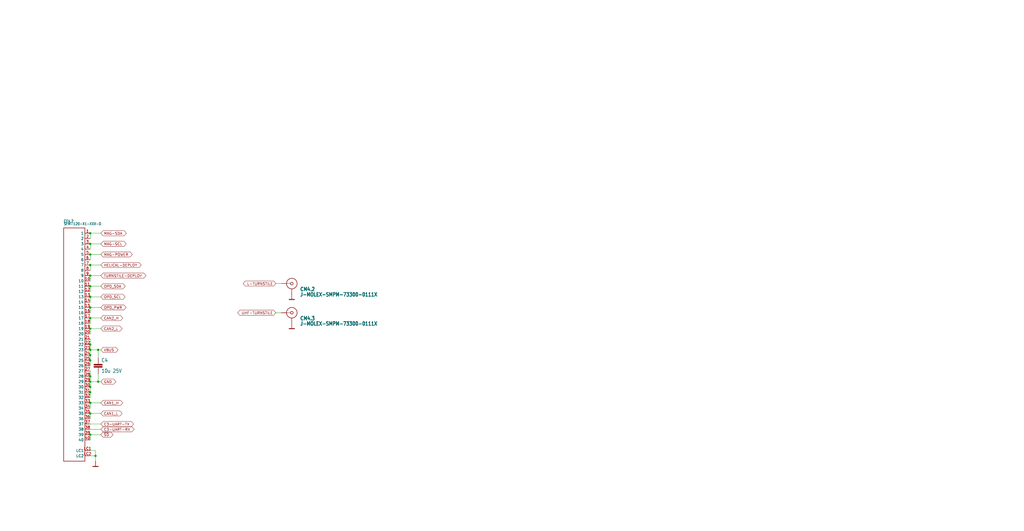
<source format=kicad_sch>
(kicad_sch (version 20211123) (generator eeschema)
  (paper "User" 490.22 254.406)
  (lib_symbols
    (symbol "J-MOLEX-SMPM-73300-0111X_1_1"
      (property "Reference" "CM2.2" (at 3.81 -3.81 0))
      (property "Value" "J-MOLEX-SMPM-73300-0111X_1_1" (at 3.81 -6.35 0))
      (symbol "J-MOLEX-SMPM-73300-0111X_1_1_1_0"
        (polyline (pts (xy -2.54 0) (xy -0.635 0)) (stroke (width 0.1524)))
        (circle (center 0 0) (radius 0.635) (stroke (width 0.254)))
        (circle (center 0 0) (radius 2.54) (stroke (width 0.254)))
        (pin passive line (at 0 -5.08 90) (length 2.54) (name "SHIELD1") (number "GND"))
        (pin passive line (at -5.08 0 0) (length 2.54) (name "RF") (number "RF-DOWN"))
      )
    )
    (symbol "J-MOLEX-SMPM-73300-0111X_1_2"
      (property "Reference" "CM2.2" (at 3.81 -3.81 0))
      (property "Value" "J-MOLEX-SMPM-73300-0111X_1_2" (at 3.81 -6.35 0))
      (symbol "J-MOLEX-SMPM-73300-0111X_1_2_1_0"
        (polyline (pts (xy -2.54 0) (xy -0.635 0)) (stroke (width 0.1524)))
        (circle (center 0 0) (radius 0.635) (stroke (width 0.254)))
        (circle (center 0 0) (radius 2.54) (stroke (width 0.254)))
        (pin passive line (at 0 -5.08 90) (length 2.54) (name "SHIELD1") (number "GND"))
        (pin passive line (at -5.08 0 0) (length 2.54) (name "RF") (number "RF-DOWN"))
      )
    )
    (symbol "oresat-backplane-2u-eagle-import:GND" (power)
      (symbol "GND_1_0"
        (polyline (pts (xy -1.27 -2.54) (xy 1.27 -2.54)) (stroke (width 0.4064)))
        (pin power_in line (at 0 0 270) (length 2.54) (name "GND") (number "1"))
      )
    )
    (symbol "oresat-backplane-2u-eagle-import:SFM-120-X1-XXX-D"
      (property "Reference" "J" (at -2.54 50.8 0))
      (property "Value" "SFM-120-X1-XXX-D" (at -2.54 49.53 0))
      (symbol "SFM-120-X1-XXX-D_1_0"
        (polyline (pts (xy -2.54 -63.5) (xy -2.54 48.26)) (stroke (width 0.254)))
        (polyline (pts (xy -2.54 48.26) (xy 7.62 48.26)) (stroke (width 0.254)))
        (polyline (pts (xy 7.62 -63.5) (xy -2.54 -63.5)) (stroke (width 0.254)))
        (polyline (pts (xy 7.62 48.26) (xy 7.62 -63.5)) (stroke (width 0.254)))
        (pin passive line (at 10.16 45.72 180) (length 2.54) (name "1") (number "1"))
        (pin passive line (at 10.16 22.86 180) (length 2.54) (name "10") (number "10"))
        (pin passive line (at 10.16 20.32 180) (length 2.54) (name "11") (number "11"))
        (pin passive line (at 10.16 17.78 180) (length 2.54) (name "12") (number "12"))
        (pin passive line (at 10.16 15.24 180) (length 2.54) (name "13") (number "13"))
        (pin passive line (at 10.16 12.7 180) (length 2.54) (name "14") (number "14"))
        (pin passive line (at 10.16 10.16 180) (length 2.54) (name "15") (number "15"))
        (pin passive line (at 10.16 7.62 180) (length 2.54) (name "16") (number "16"))
        (pin passive line (at 10.16 5.08 180) (length 2.54) (name "17") (number "17"))
        (pin passive line (at 10.16 2.54 180) (length 2.54) (name "18") (number "18"))
        (pin passive line (at 10.16 0 180) (length 2.54) (name "19") (number "19"))
        (pin passive line (at 10.16 43.18 180) (length 2.54) (name "2") (number "2"))
        (pin passive line (at 10.16 -2.54 180) (length 2.54) (name "20") (number "20"))
        (pin passive line (at 10.16 -5.08 180) (length 2.54) (name "21") (number "21"))
        (pin passive line (at 10.16 -7.62 180) (length 2.54) (name "22") (number "22"))
        (pin passive line (at 10.16 -10.16 180) (length 2.54) (name "23") (number "23"))
        (pin passive line (at 10.16 -12.7 180) (length 2.54) (name "24") (number "24"))
        (pin passive line (at 10.16 -15.24 180) (length 2.54) (name "25") (number "25"))
        (pin passive line (at 10.16 -17.78 180) (length 2.54) (name "26") (number "26"))
        (pin passive line (at 10.16 -20.32 180) (length 2.54) (name "27") (number "27"))
        (pin passive line (at 10.16 -22.86 180) (length 2.54) (name "28") (number "28"))
        (pin passive line (at 10.16 -25.4 180) (length 2.54) (name "29") (number "29"))
        (pin passive line (at 10.16 40.64 180) (length 2.54) (name "3") (number "3"))
        (pin passive line (at 10.16 -27.94 180) (length 2.54) (name "30") (number "30"))
        (pin passive line (at 10.16 -30.48 180) (length 2.54) (name "31") (number "31"))
        (pin passive line (at 10.16 -33.02 180) (length 2.54) (name "32") (number "32"))
        (pin passive line (at 10.16 -35.56 180) (length 2.54) (name "33") (number "33"))
        (pin passive line (at 10.16 -38.1 180) (length 2.54) (name "34") (number "34"))
        (pin passive line (at 10.16 -40.64 180) (length 2.54) (name "35") (number "35"))
        (pin passive line (at 10.16 -43.18 180) (length 2.54) (name "36") (number "36"))
        (pin passive line (at 10.16 -45.72 180) (length 2.54) (name "37") (number "37"))
        (pin passive line (at 10.16 -48.26 180) (length 2.54) (name "38") (number "38"))
        (pin passive line (at 10.16 -50.8 180) (length 2.54) (name "39") (number "39"))
        (pin passive line (at 10.16 38.1 180) (length 2.54) (name "4") (number "4"))
        (pin passive line (at 10.16 -53.34 180) (length 2.54) (name "40") (number "40"))
        (pin passive line (at 10.16 35.56 180) (length 2.54) (name "5") (number "5"))
        (pin passive line (at 10.16 33.02 180) (length 2.54) (name "6") (number "6"))
        (pin passive line (at 10.16 30.48 180) (length 2.54) (name "7") (number "7"))
        (pin passive line (at 10.16 27.94 180) (length 2.54) (name "8") (number "8"))
        (pin passive line (at 10.16 25.4 180) (length 2.54) (name "9") (number "9"))
        (pin passive line (at 10.16 -58.42 180) (length 2.54) (name "LC1") (number "LC1"))
        (pin passive line (at 10.16 -60.96 180) (length 2.54) (name "LC2") (number "LC2"))
      )
    )
    (symbol "oresat0-1u-backplane-eagle-import:C-EU1206-B"
      (property "Reference" "C" (at 1.524 0.381 0))
      (property "Value" "C-EU1206-B" (at 1.524 -4.699 0))
      (symbol "C-EU1206-B_1_0"
        (rectangle (start -2.032 -2.032) (end 2.032 -1.524) (fill (type outline)))
        (rectangle (start -2.032 -1.016) (end 2.032 -0.508) (fill (type outline)))
        (polyline (pts (xy 0 -2.54) (xy 0 -2.032)) (stroke (width 0.1524)))
        (polyline (pts (xy 0 0) (xy 0 -0.508)) (stroke (width 0.1524)))
        (pin passive line (at 0 2.54 270) (length 2.54) (name "1") (number "1"))
        (pin passive line (at 0 -5.08 90) (length 2.54) (name "2") (number "2"))
      )
    )
  )
  (junction (at 43.18 127))
  (junction (at 43.18 198.12))
  (junction (at 43.18 121.92))
  (junction (at 43.18 193.04))
  (junction (at 43.18 167.64))
  (junction (at 43.18 165.1))
  (junction (at 43.18 152.4))
  (junction (at 43.18 185.42))
  (junction (at 43.18 137.16))
  (junction (at 46.99 167.64))
  (junction (at 46.99 182.88))
  (junction (at 43.18 170.18))
  (junction (at 43.18 180.34))
  (junction (at 43.18 147.32))
  (junction (at 43.18 111.76))
  (junction (at 43.18 157.48))
  (junction (at 43.18 182.88))
  (junction (at 43.18 208.28))
  (junction (at 45.72 218.44))
  (junction (at 43.18 172.72))
  (junction (at 43.18 132.08))
  (junction (at 43.18 187.96))
  (junction (at 43.18 116.84))
  (junction (at 43.18 142.24))
  (wire (pts (xy 43.18 218.44) (xy 45.72 218.44)))
  (wire (pts (xy 43.18 180.34) (xy 43.18 182.88)))
  (wire (pts (xy 46.99 182.88) (xy 43.18 182.88)))
  (wire (pts (xy 43.18 152.4) (xy 43.18 154.94)))
  (wire (pts (xy 43.18 177.8) (xy 43.18 180.34)))
  (wire (pts (xy 48.26 137.16) (xy 43.18 137.16)))
  (wire (pts (xy 43.18 132.08) (xy 43.18 134.62)))
  (wire (pts (xy 43.18 116.84) (xy 43.18 119.38)))
  (wire (pts (xy 46.99 179.07) (xy 46.99 182.88)))
  (wire (pts (xy 43.18 121.92) (xy 48.26 121.92)))
  (wire (pts (xy 48.26 193.04) (xy 43.18 193.04)))
  (wire (pts (xy 43.18 208.28) (xy 43.18 210.82)))
  (wire (pts (xy 43.18 162.56) (xy 43.18 165.1)))
  (wire (pts (xy 43.18 167.64) (xy 43.18 170.18)))
  (wire (pts (xy 134.62 135.89) (xy 132.08 135.89)))
  (wire (pts (xy 43.18 182.88) (xy 43.18 185.42)))
  (wire (pts (xy 43.18 198.12) (xy 43.18 200.66)))
  (wire (pts (xy 48.26 203.2) (xy 43.18 203.2)))
  (wire (pts (xy 48.26 132.08) (xy 43.18 132.08)))
  (wire (pts (xy 43.18 152.4) (xy 48.26 152.4)))
  (wire (pts (xy 43.18 127) (xy 43.18 129.54)))
  (wire (pts (xy 43.18 142.24) (xy 43.18 144.78)))
  (wire (pts (xy 134.62 149.86) (xy 132.08 149.86)))
  (wire (pts (xy 48.26 167.64) (xy 46.99 167.64)))
  (wire (pts (xy 43.18 127) (xy 48.26 127)))
  (wire (pts (xy 46.99 167.64) (xy 43.18 167.64)))
  (wire (pts (xy 46.99 167.64) (xy 46.99 171.45)))
  (wire (pts (xy 45.72 215.9) (xy 45.72 218.44)))
  (wire (pts (xy 43.18 121.92) (xy 43.18 124.46)))
  (wire (pts (xy 48.26 198.12) (xy 43.18 198.12)))
  (wire (pts (xy 43.18 193.04) (xy 43.18 195.58)))
  (wire (pts (xy 45.72 218.44) (xy 45.72 220.98)))
  (wire (pts (xy 43.18 215.9) (xy 45.72 215.9)))
  (wire (pts (xy 43.18 205.74) (xy 48.26 205.74)))
  (wire (pts (xy 43.18 111.76) (xy 48.26 111.76)))
  (wire (pts (xy 48.26 208.28) (xy 43.18 208.28)))
  (wire (pts (xy 48.26 147.32) (xy 43.18 147.32)))
  (wire (pts (xy 48.26 182.88) (xy 46.99 182.88)))
  (wire (pts (xy 43.18 157.48) (xy 43.18 160.02)))
  (wire (pts (xy 43.18 172.72) (xy 43.18 175.26)))
  (wire (pts (xy 48.26 142.24) (xy 43.18 142.24)))
  (wire (pts (xy 43.18 165.1) (xy 43.18 167.64)))
  (wire (pts (xy 43.18 185.42) (xy 43.18 187.96)))
  (wire (pts (xy 43.18 111.76) (xy 43.18 114.3)))
  (wire (pts (xy 43.18 170.18) (xy 43.18 172.72)))
  (wire (pts (xy 43.18 187.96) (xy 43.18 190.5)))
  (wire (pts (xy 43.18 116.84) (xy 48.26 116.84)))
  (wire (pts (xy 43.18 137.16) (xy 43.18 139.7)))
  (wire (pts (xy 43.18 147.32) (xy 43.18 149.86)))
  (wire (pts (xy 48.26 157.48) (xy 43.18 157.48)))
  (global_label "TURNSTILE-DEPLOY" (shape bidirectional) (at 48.26 132.08 0) (effects (font (size 1.2446 1.2446))) (property "Intersheet References" "${INTERSHEET_REFS}" (effects hide)))
  (global_label "UHF-TURNSTILE" (shape bidirectional) (at 132.08 149.86 180) (effects (font (size 1.2446 1.2446))) (property "Intersheet References" "${INTERSHEET_REFS}" (effects hide)))
  (global_label "CAN2_H" (shape bidirectional) (at 48.26 152.4 0) (effects (font (size 1.2446 1.2446))) (property "Intersheet References" "${INTERSHEET_REFS}" (effects hide)))
  (global_label "HELICAL-DEPLOY" (shape bidirectional) (at 48.26 127 0) (effects (font (size 1.2446 1.2446))) (property "Intersheet References" "${INTERSHEET_REFS}" (effects hide)))
  (global_label "C3-UART-TX" (shape bidirectional) (at 48.26 203.2 0) (effects (font (size 1.2446 1.2446))) (property "Intersheet References" "${INTERSHEET_REFS}" (effects hide)))
  (global_label "VBUS" (shape bidirectional) (at 48.26 167.64 0) (effects (font (size 1.2446 1.2446))) (property "Intersheet References" "${INTERSHEET_REFS}" (effects hide)))
  (global_label "CAN2_L" (shape bidirectional) (at 48.26 157.48 0) (effects (font (size 1.2446 1.2446))) (property "Intersheet References" "${INTERSHEET_REFS}" (effects hide)))
  (global_label "MAG-SCL" (shape bidirectional) (at 48.26 116.84 0) (effects (font (size 1.2446 1.2446))) (property "Intersheet References" "${INTERSHEET_REFS}" (effects hide)))
  (global_label "OPD_PWR" (shape bidirectional) (at 48.26 147.32 0) (effects (font (size 1.2446 1.2446))) (property "Intersheet References" "${INTERSHEET_REFS}" (effects hide)))
  (global_label "C3-UART-RX" (shape bidirectional) (at 48.26 205.74 0) (effects (font (size 1.2446 1.2446))) (property "Intersheet References" "${INTERSHEET_REFS}" (effects hide)))
  (global_label "MAG-SDA" (shape bidirectional) (at 48.26 111.76 0) (effects (font (size 1.2446 1.2446))) (property "Intersheet References" "${INTERSHEET_REFS}" (effects hide)))
  (global_label "CAN1_H" (shape bidirectional) (at 48.26 193.04 0) (effects (font (size 1.2446 1.2446))) (property "Intersheet References" "${INTERSHEET_REFS}" (effects hide)))
  (global_label "MAG-POWER" (shape bidirectional) (at 48.26 121.92 0) (effects (font (size 1.2446 1.2446))) (property "Intersheet References" "${INTERSHEET_REFS}" (effects hide)))
  (global_label "CAN1_L" (shape bidirectional) (at 48.26 198.12 0) (effects (font (size 1.2446 1.2446))) (property "Intersheet References" "${INTERSHEET_REFS}" (effects hide)))
  (global_label "~{SD}" (shape bidirectional) (at 48.26 208.28 0) (effects (font (size 1.2446 1.2446))) (property "Intersheet References" "${INTERSHEET_REFS}" (effects hide)))
  (global_label "L-TURNSTILE" (shape bidirectional) (at 132.08 135.89 180) (effects (font (size 1.2446 1.2446))) (property "Intersheet References" "${INTERSHEET_REFS}" (effects hide)))
  (global_label "OPD_SCL" (shape bidirectional) (at 48.26 142.24 0) (effects (font (size 1.2446 1.2446))) (property "Intersheet References" "${INTERSHEET_REFS}" (effects hide)))
  (global_label "GND" (shape bidirectional) (at 48.26 182.88 0) (effects (font (size 1.2446 1.2446))) (property "Intersheet References" "${INTERSHEET_REFS}" (effects hide)))
  (global_label "OPD_SDA" (shape bidirectional) (at 48.26 137.16 0) (effects (font (size 1.2446 1.2446))) (property "Intersheet References" "${INTERSHEET_REFS}" (effects hide)))
  (symbol (lib_id "oresat0-1u-backplane-eagle-import:C-EU1206-B") (at 46.99 173.99 0) (unit 1)
    (property "Reference" "C4" (at 48.514 173.609 0) (effects (font (size 1.778 1.5113)) (justify left bottom)))
    (property "Value" "10u 25V" (at 48.514 178.689 0) (effects (font (size 1.778 1.5113)) (justify left bottom)))
    (property "Footprint" "Capacitor_SMD:C_1206_3216Metric" (effects hide))
  )
  (symbol (lib_id "oresat-backplane-2u-eagle-import:GND") (at 139.7 154.94 0) (unit 1)
    (property "Reference" "#GND0105" (effects hide))
    (property "Value" "GND" (effects hide))
    (property "Footprint" "oresat-backplane-2u:" (effects hide))
  )
  (symbol (lib_name "J-MOLEX-SMPM-73300-0111X_1_1") (lib_id "oresat-symbols:J-MOLEX-SMPM-73300-0111X_1") (at 139.7 149.86 0) (unit 1)
    (property "Reference" "CM4.3" (at 143.51 153.67 0) (effects (font (size 1.778 1.5113) bold) (justify left bottom)))
    (property "Value" "J-MOLEX-SMPM-73300-0111X" (at 143.51 156.21 0) (effects (font (size 1.778 1.5113) bold) (justify left bottom)))
    (property "Footprint" "oresat-connectors:J-MOLEX-SMPM-73300-0111X-long" (effects hide))
  )
  (symbol (lib_id "oresat-backplane-2u-eagle-import:SFM-120-X1-XXX-D") (at 33.02 157.48 0) (unit 1)
    (property "Reference" "CF4.2" (at 30.48 106.68 0) (effects (font (size 1.27 1.0795)) (justify left bottom)))
    (property "Value" "SFM-120-X1-XXX-D" (at 30.48 107.95 0) (effects (font (size 1.27 1.0795)) (justify left bottom)))
    (property "Footprint" "oresat-connectors:J-SAMTEC-SFM-120-X1-XXX-D" (effects hide))
  )
  (symbol (lib_id "oresat-backplane-2u-eagle-import:GND") (at 139.7 140.97 0) (unit 1)
    (property "Reference" "#GND0104" (effects hide))
    (property "Value" "GND" (effects hide))
    (property "Footprint" "oresat-backplane-2u:" (effects hide))
  )
  (symbol (lib_name "J-MOLEX-SMPM-73300-0111X_1_2") (lib_id "oresat-symbols:J-MOLEX-SMPM-73300-0111X_1") (at 139.7 135.89 0) (unit 1)
    (property "Reference" "CM4.2" (at 143.51 139.7 0) (effects (font (size 1.778 1.5113) bold) (justify left bottom)))
    (property "Value" "J-MOLEX-SMPM-73300-0111X" (at 143.51 142.24 0) (effects (font (size 1.778 1.5113) bold) (justify left bottom)))
    (property "Footprint" "oresat-connectors:J-MOLEX-SMPM-73300-0111X-long" (effects hide))
  )
  (symbol (lib_id "oresat-backplane-2u-eagle-import:GND") (at 45.72 220.98 0) (unit 1)
    (property "Reference" "#GND0107" (effects hide))
    (property "Value" "GND" (effects hide))
    (property "Footprint" "oresat-backplane-2u:" (effects hide))
  )
)
</source>
